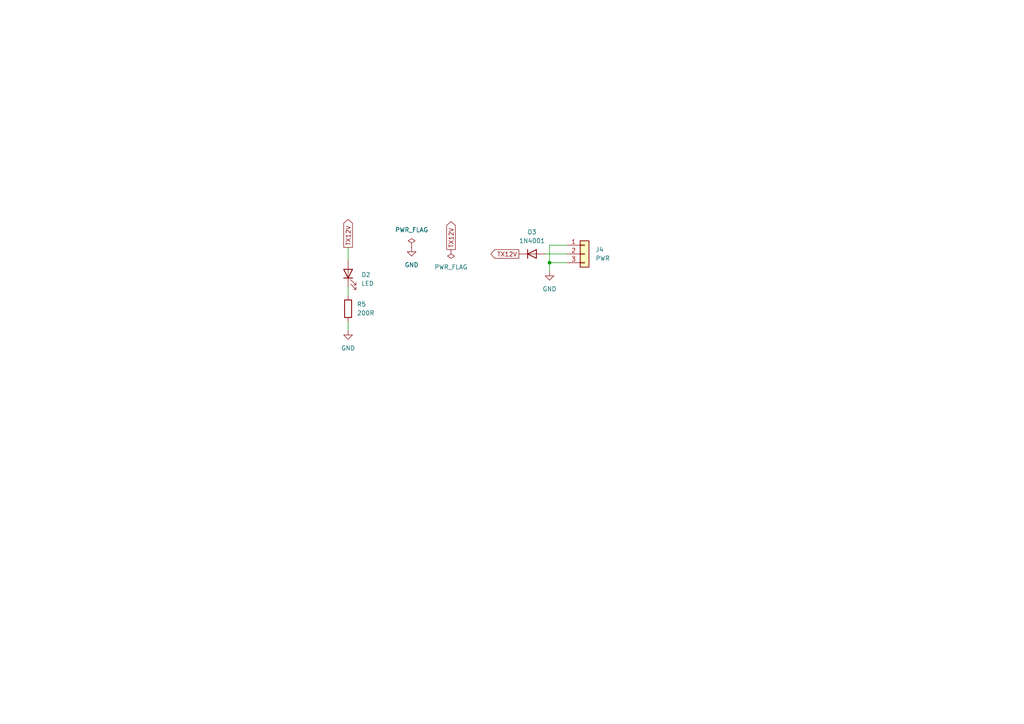
<source format=kicad_sch>
(kicad_sch (version 20211123) (generator eeschema)
  (paper "A4")
  (lib_symbols
    (symbol "Connector_Generic:Conn_01x03" (pin_names (offset 1.016) hide)
      (property "Reference" "J" (at 0 5.08 0))
      (property "Value" "Conn_01x03" (at 0 -5.08 0))
      (symbol "Conn_01x03_1_1"
        (rectangle (start -1.27 -2.413) (end 0 -2.667) (stroke (width 0.1524)))
        (rectangle (start -1.27 0.127) (end 0 -0.127) (stroke (width 0.1524)))
        (rectangle (start -1.27 2.667) (end 0 2.413) (stroke (width 0.1524)))
        (rectangle (start -1.27 3.81) (end 1.27 -3.81) (stroke (width 0.254)) (fill (type background)))
        (pin passive line (at -5.08 2.54 0) (length 3.81) (name "Pin_1") (number "1"))
        (pin passive line (at -5.08 0 0) (length 3.81) (name "Pin_2") (number "2"))
        (pin passive line (at -5.08 -2.54 0) (length 3.81) (name "Pin_3") (number "3"))
      )
    )
    (symbol "Device:LED" (pin_numbers hide) (pin_names (offset 1.016) hide)
      (property "Reference" "D" (at 0 2.54 0))
      (property "Value" "LED" (at 0 -2.54 0))
      (symbol "LED_0_1"
        (polyline (pts (xy -1.27 -1.27) (xy -1.27 1.27)) (stroke (width 0.254)))
        (polyline (pts (xy -1.27 0) (xy 1.27 0)))
        (polyline (pts (xy 1.27 -1.27) (xy 1.27 1.27) (xy -1.27 0) (xy 1.27 -1.27)) (stroke (width 0.254)))
        (polyline (pts (xy -3.048 -0.762) (xy -4.572 -2.286) (xy -3.81 -2.286) (xy -4.572 -2.286) (xy -4.572 -1.524)))
        (polyline (pts (xy -1.778 -0.762) (xy -3.302 -2.286) (xy -2.54 -2.286) (xy -3.302 -2.286) (xy -3.302 -1.524)))
      )
      (symbol "LED_1_1"
        (pin passive line (at -3.81 0 0) (length 2.54) (name "K") (number "1"))
        (pin passive line (at 3.81 0 180) (length 2.54) (name "A") (number "2"))
      )
    )
    (symbol "Device:R" (pin_numbers hide) (pin_names (offset 0))
      (property "Reference" "R" (at 2.032 0 90))
      (property "Value" "R" (at 0 0 90))
      (symbol "R_0_1"
        (rectangle (start -1.016 -2.54) (end 1.016 2.54) (stroke (width 0.254)))
      )
      (symbol "R_1_1"
        (pin passive line (at 0 3.81 270) (length 1.27) (name "~") (number "1"))
        (pin passive line (at 0 -3.81 90) (length 1.27) (name "~") (number "2"))
      )
    )
    (symbol "Diode:1N4001" (pin_numbers hide) (pin_names (offset 1.016) hide)
      (property "Reference" "D" (at 0 2.54 0))
      (property "Value" "1N4001" (at 0 -2.54 0))
      (symbol "1N4001_0_1"
        (polyline (pts (xy -1.27 1.27) (xy -1.27 -1.27)) (stroke (width 0.254)))
        (polyline (pts (xy 1.27 0) (xy -1.27 0)))
        (polyline (pts (xy 1.27 1.27) (xy 1.27 -1.27) (xy -1.27 0) (xy 1.27 1.27)) (stroke (width 0.254)))
      )
      (symbol "1N4001_1_1"
        (pin passive line (at -3.81 0 0) (length 2.54) (name "K") (number "1"))
        (pin passive line (at 3.81 0 180) (length 2.54) (name "A") (number "2"))
      )
    )
    (symbol "power:GND" (power) (pin_names (offset 0))
      (property "Value" "GND" (at 0 -3.81 0))
      (symbol "GND_0_1"
        (polyline (pts (xy 0 0) (xy 0 -1.27) (xy 1.27 -1.27) (xy 0 -2.54) (xy -1.27 -1.27) (xy 0 -1.27)))
      )
      (symbol "GND_1_1"
        (pin power_in line (at 0 0 270) (length 0) hide (name "GND") (number "1"))
      )
    )
    (symbol "power:PWR_FLAG" (power) (pin_numbers hide) (pin_names (offset 0) hide)
      (property "Value" "PWR_FLAG" (at 0 3.81 0))
      (symbol "PWR_FLAG_0_0"
        (pin power_out line (at 0 0 90) (length 0) (name "pwr") (number "1"))
      )
      (symbol "PWR_FLAG_0_1"
        (polyline (pts (xy 0 0) (xy 0 1.27) (xy -1.016 1.905) (xy 0 2.54) (xy 1.016 1.905) (xy 0 1.27)))
      )
    )
  )
  (junction (at 159.385 76.2))
  (wire (pts (xy 159.385 76.2) (xy 164.465 76.2)))
  (wire (pts (xy 158.115 73.66) (xy 164.465 73.66)))
  (wire (pts (xy 100.965 83.185) (xy 100.965 85.725)))
  (wire (pts (xy 159.385 76.2) (xy 159.385 78.74)))
  (wire (pts (xy 100.965 71.755) (xy 100.965 75.565)))
  (wire (pts (xy 100.965 93.345) (xy 100.965 95.885)))
  (wire (pts (xy 164.465 71.12) (xy 159.385 71.12)))
  (wire (pts (xy 159.385 71.12) (xy 159.385 76.2)))
  (global_label "TX12V" (shape output) (at 130.81 72.39 90) (property "Intersheet References" "${INTERSHEET_REFS}" (effects hide)))
  (global_label "TX12V" (shape output) (at 150.495 73.66 180) (property "Intersheet References" "${INTERSHEET_REFS}" (effects hide)))
  (global_label "TX12V" (shape output) (at 100.965 71.755 90) (property "Intersheet References" "${INTERSHEET_REFS}" (effects hide)))
  (symbol (lib_id "power:GND") (at 159.385 78.74 0) (unit 1)
    (property "Reference" "#PWR011" (effects hide))
    (property "Value" "GND" (at 159.385 83.82 0))
  )
  (symbol (lib_id "Device:LED") (at 100.965 79.375 90) (unit 1)
    (property "Reference" "D2" (at 104.775 79.6924 90) (effects (justify right)))
    (property "Value" "LED" (at 104.775 82.2324 90) (effects (justify right)))
    (property "Footprint" "LED_THT:LED_D3.0mm" (effects hide))
  )
  (symbol (lib_id "power:PWR_FLAG") (at 119.38 71.755 0) (unit 1)
    (property "Reference" "#FLG02" (effects hide))
    (property "Value" "PWR_FLAG" (at 119.38 66.675 0))
  )
  (symbol (lib_id "power:GND") (at 100.965 95.885 0) (unit 1)
    (property "Reference" "#PWR09" (effects hide))
    (property "Value" "GND" (at 100.965 100.965 0))
  )
  (symbol (lib_id "Device:R") (at 100.965 89.535 0) (unit 1)
    (property "Reference" "R5" (at 103.505 88.2649 0) (effects (justify left)))
    (property "Value" "200R" (at 103.505 90.8049 0) (effects (justify left)))
    (property "Footprint" "Resistor_SMD:R_1206_3216Metric" (effects hide))
  )
  (symbol (lib_id "power:GND") (at 119.38 71.755 0) (unit 1)
    (property "Reference" "#PWR010" (effects hide))
    (property "Value" "GND" (at 119.38 76.835 0))
  )
  (symbol (lib_id "Connector_Generic:Conn_01x03") (at 169.545 73.66 0) (unit 1)
    (property "Reference" "J4" (at 172.72 72.3899 0) (effects (justify left)))
    (property "Value" "PWR" (at 172.72 74.9299 0) (effects (justify left)))
    (property "Footprint" "Connector_PinHeader_2.54mm:PinHeader_1x03_P2.54mm_Vertical" (effects hide))
  )
  (symbol (lib_id "power:PWR_FLAG") (at 130.81 72.39 180) (unit 1)
    (property "Reference" "#FLG03" (effects hide))
    (property "Value" "PWR_FLAG" (at 130.81 77.47 0))
  )
  (symbol (lib_id "Diode:1N4001") (at 154.305 73.66 0) (unit 1)
    (property "Reference" "D3" (at 154.305 67.31 0))
    (property "Value" "1N4001" (at 154.305 69.85 0))
    (property "Footprint" "Diode_THT:D_DO-41_SOD81_P10.16mm_Horizontal" (effects hide))
    (property "Datasheet" "http://www.vishay.com/docs/88503/1n4001.pdf" (effects hide))
  )
)
</source>
